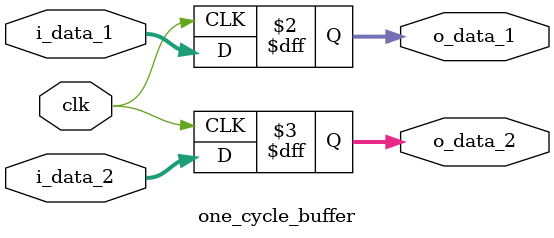
<source format=v>
`timescale 1ns / 1ps


module one_cycle_buffer
	#(parameter p = 22)(
    input wire [3+p-1:0] i_data_1, // 3Qp
	input wire [3+p-1:0] i_data_2, // 3Qp
    input clk,
    output reg [3+p-1:0] o_data_1,
	output reg [3+p-1:0] o_data_2
    );
    
    always @ (posedge clk) begin
        o_data_1 <= i_data_1;
		o_data_2 <= i_data_2;
    end
    
endmodule

</source>
